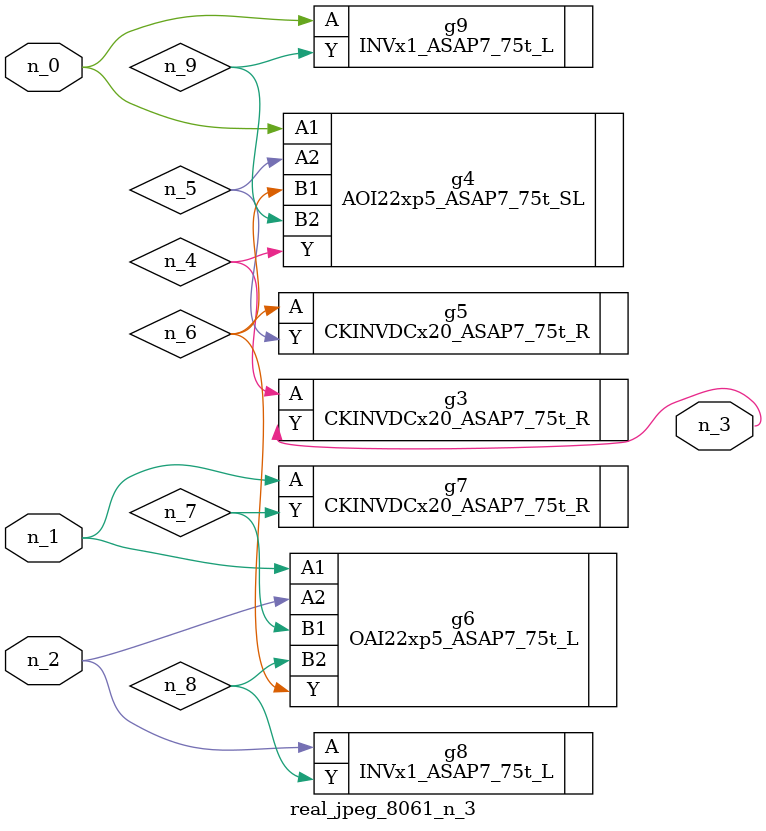
<source format=v>
module real_jpeg_8061_n_3 (n_1, n_0, n_2, n_3);

input n_1;
input n_0;
input n_2;

output n_3;

wire n_5;
wire n_8;
wire n_4;
wire n_6;
wire n_7;
wire n_9;

AOI22xp5_ASAP7_75t_SL g4 ( 
.A1(n_0),
.A2(n_5),
.B1(n_6),
.B2(n_9),
.Y(n_4)
);

INVx1_ASAP7_75t_L g9 ( 
.A(n_0),
.Y(n_9)
);

OAI22xp5_ASAP7_75t_L g6 ( 
.A1(n_1),
.A2(n_2),
.B1(n_7),
.B2(n_8),
.Y(n_6)
);

CKINVDCx20_ASAP7_75t_R g7 ( 
.A(n_1),
.Y(n_7)
);

INVx1_ASAP7_75t_L g8 ( 
.A(n_2),
.Y(n_8)
);

CKINVDCx20_ASAP7_75t_R g3 ( 
.A(n_4),
.Y(n_3)
);

CKINVDCx20_ASAP7_75t_R g5 ( 
.A(n_6),
.Y(n_5)
);


endmodule
</source>
